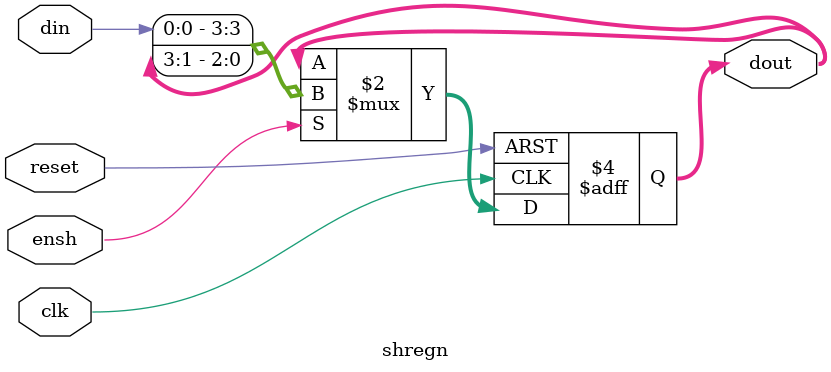
<source format=v>
`timescale 1ns / 1ps


module shregn(output reg [3:0] dout, input din,ensh,clk,reset);
always @(posedge clk, posedge reset)
begin
    if(reset) dout <= 0;
    else if(ensh) dout <= {din, dout[3:1]};    
end
endmodule

</source>
